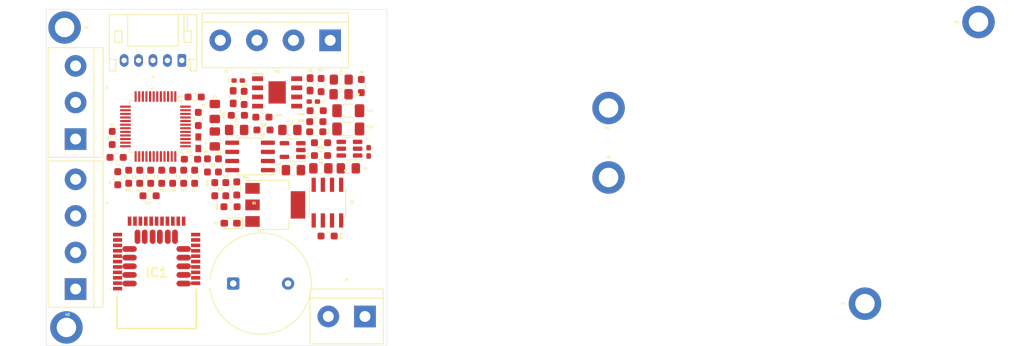
<source format=kicad_pcb>
(kicad_pcb (version 20221018) (generator pcbnew)
  (layers (0 "F.Cu" signal) (31 "B.Cu" signal) (34 "B.Paste" user) (35 "F.Paste" user) (36 "B.SilkS" user "B.Silkscreen") (37 "F.SilkS" user "F.Silkscreen") (38 "B.Mask" user) (39 "F.Mask" user) (44 "Edge.Cuts" user))
  (net 0 "")
  (net 1 "Net-(BZ1--)")
  (net 2 "Net-(BZ1-+)")
  (net 3 "100V")
  (net 4 "GND")
  (net 5 "VBST")
  (net 6 "SW2")
  (net 7 "Net-(IC2-SW)")
  (net 8 "Net-(IC2-BST)")
  (net 9 "Net-(IC2-FB)")
  (net 10 "/12V")
  (net 11 "Net-(D1-K)")
  (net 12 "SWDIO")
  (net 13 "SWCLK")
  (net 14 "/RST")
  (net 20 "/TX")
  (net 30 "Net-(IC2-RON)")
  (net 33 "PA3")
  (net 34 "5V")
  (net 35 "SDA1")
  (net 36 "SCK")
  (net 37 "/NRST")
  (net 38 "/RX")
  (net 39 "Net-(U1-PA0)")
  (net 40 "Net-(J2-Pin_1)")
  (net 41 "Net-(J2-Pin_2)")
  (net 42 "L")
  (net 43 "H")
  (net 44 "Net-(U3-S)")
  (net 45 "VFB")
  (net 77 "Net-(J2-Pin_3)")
  (net 78 "SDA_2")
  (net 83 "Net-(IC2-EN{slash}UVLO)")
  (net 84 "/3V3")
  (net 85 "Net-(IC2-GND)")
  (net 86 "Net-(C7-Pad2)")
  (net 87 "Net-(U5-BP)")
  (net 88 "SCK_2")
  (net 89 "Net-(J5-Pin_1)")
  (net 90 "Net-(J5-Pin_2)")
  (net 91 "SCL_PB6")
  (net 92 "SDA_PB7")
  (net 93 "SCL_PB4")
  (net 94 "SCL_PB3")
  (net 95 "SDA_PB4")
  (net 96 " SCL_PB3")
  (footprint "Inductor_SMD:L_0805_2012Metric_Pad1.15x1.40mm_HandSolder" (layer "F.Cu") (at 129.297 44.826)
    (fp_text reference "L2" (at 0 -1.27 180) (layer "F.SilkS") (effects (font (size 0.3 0.3) (thickness 0.075) bold)))
    (fp_text value "100uH" hide)
    (pad "1" smd roundrect (at -1.025 0) (size 1.15 1.4) (layers "F.Cu" "F.Paste" "F.Mask") (roundrect_rratio 0.217391) (net 7 "Net-(IC2-SW)"))
    (pad "2" smd roundrect (at 1.025 0) (size 1.15 1.4) (layers "F.Cu" "F.Paste" "F.Mask") (roundrect_rratio 0.217391) (net 10 "/12V"))
  )
  (footprint "Capacitor_SMD:C_0805_2012Metric_Pad1.18x1.45mm_HandSolder" (layer "F.Cu") (at 114.7865 51.816)
    (fp_text reference "C1" (at 0.0215 -1.27 180) (layer "F.SilkS") (effects (font (size 0.3 0.3) (thickness 0.075) bold)))
    (fp_text value "1uF")
    (pad "1" smd roundrect (at -1.0375 0) (size 1.175 1.45) (layers "F.Cu" "F.Paste" "F.Mask") (roundrect_rratio 0.212766) (net 84 "/3V3"))
    (pad "2" smd roundrect (at 1.0375 0) (size 1.175 1.45) (layers "F.Cu" "F.Paste" "F.Mask") (roundrect_rratio 0.212766) (net 4 "GND"))
  )
  (footprint "MountingHole:MountingHole_2.7mm_M2.5_ISO7380_Pad_TopBottom" (layer "F.Cu") (at 201.93 75.946)
    (fp_text reference "H4" (at -3.048 0) (layer "F.SilkS") (effects (font (size 0.3 0.3) (thickness 0.075) bold)))
    (fp_text value "Mount100VgHole")
    (pad "1" thru_hole circle (at 0 0) (size 3.1 3.1) (drill 2.7) (layers "*.Cu" "*.Mask"))
    (pad "1" connect circle (at 0 0) (size 4.5 4.5) (layers "F.Cu" "F.Mask"))
    (pad "1" connect circle (at 0 0) (size 4.5 4.5) (layers "B.Cu" "B.Mask"))
  )
  (footprint "Resistor_SMD:R_0603_1608Metric_Pad0.98x0.95mm_HandSolder" (layer "F.Cu") (at 126.503 45.588 -90)
    (fp_text reference "R27" (at -2.032 0 -180) (layer "F.SilkS") (effects (font (size 0.3 0.3) (thickness 0.075))))
    (fp_text value "698k ohm" hide)
    (pad "1" smd roundrect (at -0.9125 0 270) (size 0.975 0.95) (layers "F.Cu" "F.Paste" "F.Mask") (net 7 "Net-(IC2-SW)"))
    (pad "2" smd roundrect (at 0.9125 0 270) (size 0.975 0.95) (layers "F.Cu" "F.Paste" "F.Mask") (net 86 "Net-(C7-Pad2)"))
  )
  (footprint "Resistor_SMD:R_0603_1608Metric_Pad0.98x0.95mm_HandSolder" (layer "F.Cu") (at 125.8445 50.668)
    (fp_text reference "R29" (at -2.1465 -0.122) (layer "F.SilkS") (effects (font (size 0.3 0.3) (thickness 0.075) bold)))
    (fp_text value "20k ohm")
    (pad "1" smd roundrect (at -0.9125 0) (size 0.975 0.95) (layers "F.Cu" "F.Paste" "F.Mask") (net 9 "Net-(IC2-FB)"))
    (pad "2" smd roundrect (at 0.9125 0) (size 0.975 0.95) (layers "F.Cu" "F.Paste" "F.Mask") (net 4 "GND"))
  )
  (footprint "Resistor_SMD:R_0603_1608Metric_Pad0.98x0.95mm_HandSolder" (layer "F.Cu") (at 97.536 52.9355 90)
    (fp_text reference "R2" (at 1.778 0 180) (layer "F.SilkS") (effects (font (size 0.3 0.3) (thickness 0.075) bold)))
    (fp_text value "1k")
    (pad "1" smd roundrect (at -0.9125 0 90) (size 0.975 0.95) (layers "F.Cu" "F.Paste" "F.Mask") (net 38 "/RX"))
    (pad "2" smd roundrect (at 0.9125 0 90) (size 0.975 0.95) (layers "F.Cu" "F.Paste" "F.Mask") (net 20 "/TX"))
  )
  (footprint "Capacitor_SMD:C_0805_2012Metric_Pad1.18x1.45mm_HandSolder" (layer "F.Cu") (at 129.2755 46.858)
    (fp_text reference "C9" (at 2.286 0.0385 180) (layer "F.SilkS") (effects (font (size 0.3 0.3) (thickness 0.075) bold)))
    (fp_text value "2200pf" hide)
    (pad "1" smd roundrect (at -1.0375 0) (size 1.175 1.45) (layers "F.Cu" "F.Paste" "F.Mask") (roundrect_rratio 0.212766) (net 86 "Net-(C7-Pad2)"))
    (pad "2" smd roundrect (at 1.0375 0) (size 1.175 1.45) (layers "F.Cu" "F.Paste" "F.Mask") (roundrect_rratio 0.212766) (net 10 "/12V"))
  )
  (footprint "MountingHole:MountingHole_2.7mm_M2.5_ISO7380_Pad_TopBottom" (layer "F.Cu") (at 166.37 58.42)
    (fp_text reference "H6" (at 0 -2.794) (layer "F.SilkS") (effects (font (size 0.3 0.3) (thickness 0.075) bold)))
    (fp_text value "Mount100VgHole")
    (pad "1" thru_hole circle (at 0 0) (size 3.1 3.1) (drill 2.7) (layers "*.Cu" "*.Mask"))
    (pad "1" connect circle (at 0 0) (size 4.5 4.5) (layers "F.Cu" "F.Mask"))
    (pad "1" connect circle (at 0 0) (size 4.5 4.5) (layers "B.Cu" "B.Mask"))
  )
  (footprint "Buzzer_Beeper:Indicator_PUI_AI-1440-TWT-24V-2-R" (layer "F.Cu") (at 114.32 73.152)
    (fp_text reference "BZ1" (at 3.79 -7.366) (layer "F.SilkS") (effects (font (size 0.3 0.3) (thickness 0.075) bold)))
    (fp_text value "Buzzer" hide)
    (pad "1" thru_hole roundrect (at 0 0) (size 1.7 1.7) (drill 0.9) (layers "*.Cu" "*.Mask") (roundrect_rratio 0.147) (net 1 "Net-(BZ1--)"))
    (pad "2" thru_hole circle (at 7.6 0) (size 1.7 1.7) (drill 0.9) (layers "*.Cu" "*.Mask") (net 2 "Net-(BZ1-+)"))
  )
  (footprint "Resistor_SMD:R_0603_1608Metric_Pad0.98x0.95mm_HandSolder" (layer "F.Cu") (at 112.268 56.7455 -90)
    (fp_text reference "R23" (at -1.6275 0 -180) (layer "F.SilkS") (effects (font (size 0.3 0.3) (thickness 0.075) bold)))
    (fp_text value "120R" hide)
    (pad "1" smd roundrect (at -0.9125 0 270) (size 0.975 0.95) (layers "F.Cu" "F.Paste" "F.Mask") (net 42 "L"))
    (pad "2" smd roundrect (at 0.9125 0 270) (size 0.975 0.95) (layers "F.Cu" "F.Paste" "F.Mask") (net 43 "H"))
  )
  (footprint "Resistor_SMD:R_0603_1608Metric_Pad0.98x0.95mm_HandSolder" (layer "F.Cu") (at 125.8335 52.07)
    (fp_text reference "R5" (at 1.6745 0 90) (layer "F.SilkS") (effects (font (size 0.3 0.3) (thickness 0.075) bold)))
    (fp_text value "0R" hide)
    (pad "1" smd roundrect (at -0.9125 0) (size 0.975 0.95) (layers "F.Cu" "F.Paste" "F.Mask") (net 34 "5V"))
    (pad "2" smd roundrect (at 0.9125 0) (size 0.975 0.95) (layers "F.Cu" "F.Paste" "F.Mask") (net 40 "Net-(J2-Pin_1)"))
  )
  (footprint "Resistor_SMD:R_0603_1608Metric_Pad0.98x0.95mm_HandSolder" (layer "F.Cu") (at 101.346 58.3165 90)
    (fp_text reference "R13" (at -1.9285 0) (layer "F.SilkS") (effects (font (size 0.3 0.3) (thickness 0.075) bold)))
    (fp_text value "100k" hide)
    (pad "1" smd roundrect (at -0.9125 0 90) (size 0.975 0.95) (layers "F.Cu" "F.Paste" "F.Mask") (net 84 "/3V3"))
    (pad "2" smd roundrect (at 0.9125 0 90) (size 0.975 0.95) (layers "F.Cu" "F.Paste" "F.Mask") (net 94 "SCL_PB3"))
  )
  (footprint "Resistor_SMD:R_0603_1608Metric_Pad0.98x0.95mm_HandSolder" (layer "F.Cu") (at 102.7195 60.96)
    (fp_text reference "R15" (at -0.254 1.016) (layer "F.SilkS") (effects (font (size 0.3 0.3) (thickness 0.075) bold)))
    (fp_text value "100E" hide)
    (pad "1" smd roundrect (at -0.9125 0) (size 0.975 0.95) (layers "F.Cu" "F.Paste" "F.Mask") (net 36 "SCK"))
    (pad "2" smd roundrect (at 0.9125 0) (size 0.975 0.95) (layers "F.Cu" "F.Paste" "F.Mask") (net 91 "SCL_PB6"))
  )
  (footprint "Inductor_SMD:L_0402_1005Metric_Pad0.77x0.64mm_HandSolder" (layer "F.Cu") (at 133.096 54.864 -90)
    (fp_text reference "L1" (at 0 -0.762 90) (layer "F.SilkS") (effects (font (size 0.3 0.3) (thickness 0.075) bold)))
    (fp_text value "3.3uH" hide)
    (pad "1" smd roundrect (at -0.5725 0 270) (size 0.765 0.64) (layers "F.Cu" "F.Paste" "F.Mask") (net 6 "SW2"))
    (pad "2" smd roundrect (at 0.5725 0 270) (size 0.765 0.64) (layers "F.Cu" "F.Paste" "F.Mask") (net 34 "5V"))
  )
  (footprint "Capacitor_SMD:C_1206_3216Metric_Pad1.33x1.80mm_HandSolder" (layer "F.Cu") (at 130.2745 51.684)
    (fp_text reference "C10" (at 3.0095 -0.254) (layer "F.SilkS") (effects (font (size 0.3 0.3) (thickness 0.075) bold)))
    (fp_text value "22UF" hide)
    (pad "1" smd roundrect (at -1.5625 0) (size 1.325 1.8) (layers "F.Cu" "F.Paste" "F.Mask") (roundrect_rratio 0.188679) (net 10 "/12V"))
    (pad "2" smd roundrect (at 1.5625 0) (size 1.325 1.8) (layers "F.Cu" "F.Paste" "F.Mask") (roundrect_rratio 0.188679) (net 4 "GND"))
  )
  (footprint "Resistor_SMD:R_0603_1608Metric_Pad0.98x0.95mm_HandSolder" (layer "F.Cu") (at 99.822 58.3165 90)
    (fp_text reference "R11" (at -1.8815 0) (layer "F.SilkS") (effects (font (size 0.3 0.3) (thickness 0.075) bold)))
    (fp_text value "100E" hide)
    (pad "1" smd roundrect (at -0.9125 0 90) (size 0.975 0.95) (layers "F.Cu" "F.Paste" "F.Mask") (net 88 "SCK_2"))
    (pad "2" smd roundrect (at 0.9125 0 90) (size 0.975 0.95) (layers "F.Cu" "F.Paste" "F.Mask") (net 93 "SCL_PB4"))
  )
  (footprint "Package_QFP:LQFP-48_7x7mm_P0.5mm" (layer "F.Cu") (at 103.5335 51.336 180)
    (fp_text reference "U1" (at 0.4095 5.298) (layer "F.SilkS") (effects (font (size 0.3 0.3) (thickness 0.075) bold)))
    (fp_text value "STM32G0B1CBTx" hide)
    (pad "1" smd roundrect (at -4.1625 -2.75 180) (size 1.475 0.3) (layers "F.Cu" "F.Paste" "F.Mask"))
    (pad "2" smd roundrect (at -4.1625 -2.25 180) (size 1.475 0.3) (layers "F.Cu" "F.Paste" "F.Mask"))
    (pad "3" smd roundrect (at -4.1625 -1.75 180) (size 1.475 0.3) (layers "F.Cu" "F.Paste" "F.Mask"))
    (pad "4" smd roundrect (at -4.1625 -1.25 180) (size 1.475 0.3) (layers "F.Cu" "F.Paste" "F.Mask") (net 84 "/3V3"))
    (pad "5" smd roundrect (at -4.1625 -0.75 180) (size 1.475 0.3) (layers "F.Cu" "F.Paste" "F.Mask") (net 84 "/3V3"))
    (pad "6" smd roundrect (at -4.1625 -0.25 180) (size 1.475 0.3) (layers "F.Cu" "F.Paste" "F.Mask") (net 84 "/3V3"))
    (pad "7" smd roundrect (at -4.1625 0.25 180) (size 1.475 0.3) (layers "F.Cu" "F.Paste" "F.Mask") (net 4 "GND"))
    (pad "8" smd roundrect (at -4.1625 0.75 180) (size 1.475 0.3) (layers "F.Cu" "F.Paste" "F.Mask"))
    (pad "9" smd roundrect (at -4.1625 1.25 180) (size 1.475 0.3) (layers "F.Cu" "F.Paste" "F.Mask"))
    (pad "10" smd roundrect (at -4.1625 1.75 180) (size 1.475 0.3) (layers "F.Cu" "F.Paste" "F.Mask") (net 37 "/NRST"))
    (pad "11" smd roundrect (at -4.1625 2.25 180) (size 1.475 0.3) (layers "F.Cu" "F.Paste" "F.Mask") (net 39 "Net-(U1-PA0)"))
    (pad "12" smd roundrect (at -4.1625 2.75 180) (size 1.475 0.3) (layers "F.Cu" "F.Paste" "F.Mask"))
    (pad "13" smd roundrect (at -2.75 4.1625 180) (size 0.3 1.475) (layers "F.Cu" "F.Paste" "F.Mask"))
    (pad "14" smd roundrect (at -2.25 4.1625 180) (size 0.3 1.475) (layers "F.Cu" "F.Paste" "F.Mask"))
    (pad "15" smd roundrect (at -1.75 4.1625 180) (size 0.3 1.475) (layers "F.Cu" "F.Paste" "F.Mask"))
    (pad "16" smd roundrect (at -1.25 4.1625 180) (size 0.3 1.475) (layers "F.Cu" "F.Paste" "F.Mask"))
    (pad "17" smd roundrect (at -0.75 4.1625 180) (size 0.3 1.475) (layers "F.Cu" "F.Paste" "F.Mask"))
    (pad "18" smd roundrect (at -0.25 4.1625 180) (size 0.3 1.475) (layers "F.Cu" "F.Paste" "F.Mask"))
    (pad "19" smd roundrect (at 0.25 4.1625 180) (size 0.3 1.475) (layers "F.Cu" "F.Paste" "F.Mask"))
    (pad "20" smd roundrect (at 0.75 4.1625 180) (size 0.3 1.475) (layers "F.Cu" "F.Paste" "F.Mask"))
    (pad "21" smd roundrect (at 1.25 4.1625 180) (size 0.3 1.475) (layers "F.Cu" "F.Paste" "F.Mask"))
    (pad "22" smd roundrect (at 1.75 4.1625 180) (size 0.3 1.475) (layers "F.Cu" "F.Paste" "F.Mask"))
    (pad "23" smd roundrect (at 2.25 4.1625 180) (size 0.3 1.475) (layers "F.Cu" "F.Paste" "F.Mask"))
    (pad "24" smd roundrect (at 2.75 4.1625 180) (size 0.3 1.475) (layers "F.Cu" "F.Paste" "F.Mask"))
    (pad "25" smd roundrect (at 4.1625 2.75 180) (size 1.475 0.3) (layers "F.Cu" "F.Paste" "F.Mask"))
    (pad "26" smd roundrect (at 4.1625 2.25 180) (size 1.475 0.3) (layers "F.Cu" "F.Paste" "F.Mask"))
    (pad "27" smd roundrect (at 4.1625 1.75 180) (size 1.475 0.3) (layers "F.Cu" "F.Paste" "F.Mask"))
    (pad "28" smd roundrect (at 4.1625 1.25 180) (size 1.475 0.3) (layers "F.Cu" "F.Paste" "F.Mask"))
    (pad "29" smd roundrect (at 4.1625 0.75 180) (size 1.475 0.3) (layers "F.Cu" "F.Paste" "F.Mask"))
    (pad "30" smd roundrect (at 4.1625 0.25 180) (size 1.475 0.3) (layers "F.Cu" "F.Paste" "F.Mask"))
    (pad "31" smd roundrect (at 4.1625 -0.25 180) (size 1.475 0.3) (layers "F.Cu" "F.Paste" "F.Mask"))
    (pad "32" smd roundrect (at 4.1625 -0.75 180) (size 1.475 0.3) (layers "F.Cu" "F.Paste" "F.Mask"))
    (pad "33" smd roundrect (at 4.1625 -1.25 180) (size 1.475 0.3) (layers "F.Cu" "F.Paste" "F.Mask") (net 20 "/TX"))
    (pad "34" smd roundrect (at 4.1625 -1.75 180) (size 1.475 0.3) (layers "F.Cu" "F.Paste" "F.Mask") (net 38 "/RX"))
    (pad "35" smd roundrect (at 4.1625 -2.25 180) (size 1.475 0.3) (layers "F.Cu" "F.Paste" "F.Mask") (net 12 "SWDIO"))
    (pad "36" smd roundrect (at 4.1625 -2.75 180) (size 1.475 0.3) (layers "F.Cu" "F.Paste" "F.Mask") (net 13 "SWCLK"))
    (pad "37" smd roundrect (at 2.75 -4.1625 180) (size 0.3 1.475) (layers "F.Cu" "F.Paste" "F.Mask"))
    (pad "38" smd roundrect (at 2.25 -4.1625 180) (size 0.3 1.475) (layers "F.Cu" "F.Paste" "F.Mask"))
    (pad "39" smd roundrect (at 1.75 -4.1625 180) (size 0.3 1.475) (layers "F.Cu" "F.Paste" "F.Mask"))
    (pad "40" smd roundrect (at 1.25 -4.1625 180) (size 0.3 1.475) (layers "F.Cu" "F.Paste" "F.Mask"))
    (pad "41" smd roundrect (at 0.75 -4.1625 180) (size 0.3 1.475) (layers "F.Cu" "F.Paste" "F.Mask"))
    (pad "42" smd roundrect (at 0.25 -4.1625 180) (size 0.3 1.475) (layers "F.Cu" "F.Paste" "F.Mask") (net 96 " SCL_PB3"))
    (pad "43" smd roundrect (at -0.25 -4.1625 180) (size 0.3 1.475) (layers "F.Cu" "F.Paste" "F.Mask") (net 95 "SDA_PB4"))
    (pad "44" smd roundrect (at -0.75 -4.1625 180) (size 0.3 1.475) (layers "F.Cu" "F.Paste" "F.Mask"))
    (pad "45" smd roundrect (at -1.25 -4.1625 180) (size 0.3 1.475) (layers "F.Cu" "F.Paste" "F.Mask") (net 91 "SCL_PB6"))
    (pad "46" smd roundrect (at -1.75 -4.1625 180) (size 0.3 1.475) (layers "F.Cu" "F.Paste" "F.Mask") (net 92 "SDA_PB7"))
    (pad "47" smd roundrect (at -2.25 -4.1625 180) (size 0.3 1.475) (layers "F.Cu" "F.Paste" "F.Mask") (net 14 "/RST"))
    (pad "48" smd roundrect (at -2.75 -4.1625 180) (size 0.3 1.475) (layers "F.Cu" "F.Paste" "F.Mask"))
  )
  (footprint "Capacitor_SMD:C_1206_3216Metric_Pad1.33x1.80mm_HandSolder" (layer "F.Cu") (at 130.2745 49.144)
    (fp_text reference "C11" (at 3.0095 0) (layer "F.SilkS") (effects (font (size 0.3 0.3) (thickness 0.075) bold)))
    (fp_text value "22UF" hide)
    (pad "1" smd roundrect (at -1.5625 0) (size 1.325 1.8) (layers "F.Cu" "F.Paste" "F.Mask") (roundrect_rratio 0.188679) (net 10 "/12V"))
    (pad "2" smd roundrect (at 1.5625 0) (size 1.325 1.8) (layers "F.Cu" "F.Paste" "F.Mask") (roundrect_rratio 0.188679) (net 4 "GND"))
  )
  (footprint "Capacitor_SMD:C_0805_2012Metric_Pad1.18x1.45mm_HandSolder" (layer "F.Cu") (at 130.2805 57.15)
    (fp_text reference "C4" (at 2.286 0) (layer "F.SilkS") (effects (font (size 0.3 0.3) (thickness 0.075) bold)))
    (fp_text value "0.1uf" hide)
    (pad "1" smd roundrect (at -1.0375 0) (size 1.175 1.45) (layers "F.Cu" "F.Paste" "F.Mask") (roundrect_rratio 0.212766) (net 5 "VBST"))
    (pad "2" smd roundrect (at 1.0375 0) (size 1.175 1.45) (layers "F.Cu" "F.Paste" "F.Mask") (roundrect_rratio 0.212766) (net 6 "SW2"))
  )
  (footprint "Resistor_SMD:R_0603_1608Metric_Pad0.98x0.95mm_HandSolder" (layer "F.Cu") (at 114.9585 49.784 180)
    (fp_text reference "R23" (at 1.9285 0 90) (layer "F.SilkS") (effects (font (size 0.3 0.3) (thickness 0.075) bold)))
    (fp_text value "332K")
    (pad "1" smd roundrect (at -0.9125 0 180) (size 0.975 0.95) (layers "F.Cu" "F.Paste" "F.Mask") (net 83 "Net-(IC2-EN{slash}UVLO)"))
    (pad "2" smd roundrect (at 0.9125 0 180) (size 0.975 0.95) (layers "F.Cu" "F.Paste" "F.Mask") (net 4 "GND"))
  )
  (footprint "Resistor_SMD:R_0603_1608Metric_Pad0.98x0.95mm_HandSolder" (layer "F.Cu") (at 102.87 58.3165 90)
    (fp_text reference "R14" (at -1.949 0 180) (layer "F.SilkS") (effects (font (size 0.3 0.3) (thickness 0.075) bold)))
    (fp_text value "100k" hide)
    (pad "1" smd roundrect (at -0.9125 0 90) (size 0.975 0.95) (layers "F.Cu" "F.Paste" "F.Mask") (net 84 "/3V3"))
    (pad "2" smd roundrect (at 0.9125 0 90) (size 0.975 0.95) (layers "F.Cu" "F.Paste" "F.Mask") (net 95 "SDA_PB4"))
  )
  (footprint "Resistor_SMD:R_0603_1608Metric_Pad0.98x0.95mm_HandSolder" (layer "F.Cu") (at 108.458 55.88 180)
    (fp_text reference "R10" (at 0.254 1.016 180) (layer "F.SilkS") (effects (font (size 0.3 0.3) (thickness 0.075) bold)))
    (fp_text value "100k" hide)
    (pad "1" smd roundrect (at -0.9125 0 180) (size 0.975 0.95) (layers "F.Cu" "F.Paste" "F.Mask") (net 84 "/3V3"))
    (pad "2" smd roundrect (at 0.9125 0 180) (size 0.975 0.95) (layers "F.Cu" "F.Paste" "F.Mask") (net 92 "SDA_PB7"))
  )
  (footprint "Resistor_SMD:R_0603_1608Metric_Pad0.98x0.95mm_HandSolder" (layer "F.Cu") (at 132.08 45.72 -90)
    (fp_text reference "R6" (at -1.9285 0 -180) (layer "F.SilkS") (effects (font (size 0.3 0.3) (thickness 0.075) bold)))
    (fp_text value "0R")
    (pad "1" smd roundrect (at -0.9125 0 270) (size 0.975 0.95) (layers "F.Cu" "F.Paste" "F.Mask") (net 10 "/12V"))
    (pad "2" smd roundrect (at 0.9125 0 270) (size 0.975 0.95) (layers "F.Cu" "F.Paste" "F.Mask") (net 40 "Net-(J2-Pin_1)"))
  )
  (footprint "Capacitor_SMD:C_0805_2012Metric_Pad1.18x1.45mm_HandSolder" (layer "F.Cu") (at 122.6605 57.404)
    (fp_text reference "C13" (at -2.0105 0 -90) (layer "F.SilkS") (effects (font (size 0.3 0.3) (thickness 0.075) bold)))
    (fp_text value "2.2uf" hide)
    (pad "1" smd roundrect (at -1.0375 0) (size 1.175 1.45) (layers "F.Cu" "F.Paste" "F.Mask") (roundrect_rratio 0.212766) (net 84 "/3V3"))
    (pad "2" smd roundrect (at 1.0375 0) (size 1.175 1.45) (layers "F.Cu" "F.Paste" "F.Mask") (roundrect_rratio 0.212766) (net 4 "GND"))
  )
  (footprint "Package_SO:SOIC-8_3.9x4.9mm_P1.27mm" (layer "F.Cu") (at 116.651 55.499 180)
    (fp_text reference "U3" (at -1.713 2.921) (layer "F.SilkS") (effects (font (size 0.3 0.3) (thickness 0.075) bold)))
    (fp_text value "TJA1051T-3" hide)
    (pad "1" smd roundrect (at -2.475 -1.905 180) (size 1.95 0.6) (layers "F.Cu" "F.Paste" "F.Mask") (net 20 "/TX"))
    (pad "2" smd roundrect (at -2.475 -0.635 180) (size 1.95 0.6) (layers "F.Cu" "F.Paste" "F.Mask") (net 4 "GND"))
    (pad "3" smd roundrect (at -2.475 0.635 180) (size 1.95 0.6) (layers "F.Cu" "F.Paste" "F.Mask") (net 34 "5V"))
    (pad "4" smd roundrect (at -2.475 1.905 180) (size 1.95 0.6) (layers "F.Cu" "F.Paste" "F.Mask") (net 38 "/RX"))
    (pad "5" smd roundrect (at 2.475 1.905 180) (size 1.95 0.6) (layers "F.Cu" "F.Paste" "F.Mask") (net 84 "/3V3"))
    (pad "6" smd roundrect (at 2.475 0.635 180) (size 1.95 0.6) (layers "F.Cu" "F.Paste" "F.Mask") (net 42 "L"))
    (pad "7" smd roundrect (at 2.475 -0.635 180) (size 1.95 0.6) (layers "F.Cu" "F.Paste" "F.Mask") (net 43 "H"))
    (pad "8" smd roundrect (at 2.475 -1.905 180) (size 1.95 0.6) (layers "F.Cu" "F.Paste" "F.Mask") (net 44 "Net-(U3-S)"))
  )
  (footprint "TerminalBlock:TerminalBlock_bornier-4_P5.08mm" (layer "F.Cu") (at 127.762 39.37 180)
    (fp_text reference "J3" (at 14.478 -4.318) (layer "F.SilkS") (effects (font (size 0.3 0.3) (thickness 0.075) bold)))
    (fp_text value "OLED")
    (pad "1" thru_hole rect (at 0 0 180) (size 3 3) (drill 1.52) (layers "*.Cu" "*.Mask") (net 34 "5V"))
    (pad "2" thru_hole circle (at 5.08 0 180) (size 3 3) (drill 1.52) (layers "*.Cu" "*.Mask") (net 78 "SDA_2"))
    (pad "3" thru_hole circle (at 10.16 0 180) (size 3 3) (drill 1.52) (layers "*.Cu" "*.Mask") (net 88 "SCK_2"))
    (pad "4" thru_hole circle (at 15.24 0 180) (size 3 3) (drill 1.52) (layers "*.Cu" "*.Mask") (net 4 "GND"))
  )
  (footprint "Resistor_SMD:R_0603_1608Metric_Pad0.98x0.95mm_HandSolder" (layer "F.Cu") (at 108.966 47.244)
    (fp_text reference "R3" (at -2.032 0) (layer "F.SilkS") (effects (font (size 0.3 0.3) (thickness 0.075) bold)))
    (fp_text value "100R" hide)
    (pad "1" smd roundrect (at -0.9125 0) (size 0.975 0.95) (layers "F.Cu" "F.Paste" "F.Mask") (net 39 "Net-(U1-PA0)"))
    (pad "2" smd roundrect (at 0.9125 0) (size 0.975 0.95) (layers "F.Cu" "F.Paste" "F.Mask") (net 33 "PA3"))
  )
  (footprint "TerminalBlock:TerminalBlock_bornier-4_P5.08mm" (layer "F.Cu") (at 92.456 73.914 90)
    (fp_text reference "J4" (at 11.938 4.318 180) (layer "F.SilkS") (effects (font (size 0.3 0.3) (thickness 0.075) bold)))
    (fp_text value "OLED")
    (pad "1" thru_hole rect (at 0 0 90) (size 3 3) (drill 1.52) (layers "*.Cu" "*.Mask") (net 34 "5V"))
    (pad "2" thru_hole circle (at 5.08 0 90) (size 3 3) (drill 1.52) (layers "*.Cu" "*.Mask") (net 35 "SDA1"))
    (pad "3" thru_hole circle (at 10.16 0 90) (size 3 3) (drill 1.52) (layers "*.Cu" "*.Mask") (net 36 "SCK"))
    (pad "4" thru_hole circle (at 15.24 0 90) (size 3 3) (drill 1.52) (layers "*.Cu" "*.Mask") (net 4 "GND"))
  )
  (footprint "Package_TO_SOT_SMD:SOT-223-3_TabPin2" (layer "F.Cu") (at 120.142 62.23)
    (fp_text reference "Q1" (at -2.9 -0.254) (layer "F.SilkS") (effects (font (size 0.3 0.3) (thickness 0.075) bold)))
    (fp_text value "NDT3055L" hide)
    (pad "1" smd rect (at -3.15 -2.3) (size 2 1.5) (layers "F.Cu" "F.Paste" "F.Mask") (net 11 "Net-(D1-K)"))
    (pad "2" smd rect (at -3.15 0) (size 2 1.5) (layers "F.Cu" "F.Paste" "F.Mask") (net 2 "Net-(BZ1-+)"))
    (pad "2" smd rect (at 3.15 0) (size 2 3.8) (layers "F.Cu" "F.Paste" "F.Mask") (net 2 "Net-(BZ1-+)"))
    (pad "3" smd rect (at -3.15 2.3) (size 2 1.5) (layers "F.Cu" "F.Paste" "F.Mask") (net 4 "GND"))
  )
  (footprint "Resistor_SMD:R_0603_1608Metric_Pad0.98x0.95mm_HandSolder" (layer "F.Cu") (at 126.492 53.594)
    (fp_text reference "R21" (at 0 0.762) (layer "F.SilkS") (effects (font (size 0.3 0.3) (thickness 0.075) bold)))
    (fp_text value "10k")
    (pad "1" smd roundrect (at -0.9125 0) (size 0.975 0.95) (layers "F.Cu" "F.Paste" "F.Mask") (net 4 "GND"))
    (pad "2" smd roundrect (at 0.9125 0) (size 0.975 0.95) (layers "F.Cu" "F.Paste" "F.Mask") (net 45 "VFB"))
  )
  (footprint "TerminalBlock:TerminalBlock_bornier-2_P5.08mm" (layer "F.Cu") (at 132.588 77.724 180)
    (fp_text reference "J5" (at 2.54 5.08) (layer "F.SilkS") (effects (font (size 0.3 0.3) (thickness 0.075) bold)))
    (fp_text value "Conn_01x02_Socket" hide)
    (pad "1" thru_hole rect (at 0 0 180) (size 3 3) (drill 1.52) (layers "*.Cu" "*.Mask") (net 89 "Net-(J5-Pin_1)"))
    (pad "2" thru_hole circle (at 5.08 0 180) (size 3 3) (drill 1.52) (layers "*.Cu" "*.Mask") (net 90 "Net-(J5-Pin_2)"))
  )
  (footprint "Resistor_SMD:R_0603_1608Metric_Pad0.98x0.95mm_HandSolder" (layer "F.Cu") (at 110.744 56.7455 90)
    (fp_text reference "R8" (at 1.8815 -0.254 180) (layer "F.SilkS") (effects (font (size 0.3 0.3) (thickness 0.075) bold)))
    (fp_text value "0R" hide)
    (pad "1" smd roundrect (at -0.9125 0 90) (size 0.975 0.95) (layers "F.Cu" "F.Paste" "F.Mask") (net 41 "Net-(J2-Pin_2)"))
    (pad "2" smd roundrect (at 0.9125 0 90) (size 0.975 0.95) (layers "F.Cu" "F.Paste" "F.Mask") (net 42 "L"))
  )
  (footprint "Capacitor_SMD:C_0805_2012Metric_Pad1.18x1.45mm_HandSolder" (layer "F.Cu") (at 111.76 49.2545 90)
    (fp_text reference "C3" (at 2.0105 0 180) (layer "F.SilkS") (effects (font (size 0.3 0.3) (thickness 0.075) bold)))
    (fp_text value "100nF" hide)
    (pad "1" smd roundrect (at -1.0375 0 90) (size 1.175 1.45) (layers "F.Cu" "F.Paste" "F.Mask") (roundrect_rratio 0.212766) (net 84 "/3V3"))
    (pad "2" smd roundrect (at 1.0375 0 90) (size 1.175 1.45) (layers "F.Cu" "F.Paste" "F.Mask") (roundrect_rratio 0.212766) (net 4 "GND"))
  )
  (footprint "Diode_SMD:D_0603_1608Metric_Pad1.05x0.95mm_HandSolder" (layer "F.Cu") (at 113.951 64.77 180)
    (fp_text reference "D1" (at 2.032 0) (layer "F.SilkS") (effects (font (size 0.3 0.3) (thickness 0.075) bold)))
    (fp_text value "5.6V")
    (pad "1" smd roundrect (at -0.875 0 180) (size 1.05 0.95) (layers "F.Cu" "F.Paste" "F.Mask") (net 11 "Net-(D1-K)"))
    (pad "2" smd roundrect (at 0.875 0 180) (size 1.05 0.95) (layers "F.Cu" "F.Paste" "F.Mask") (net 4 "GND"))
  )
  (footprint "Resistor_SMD:R_0603_1608Metric_Pad0.98x0.95mm_HandSolder" (layer "F.Cu") (at 127.4045 66.548)
    (fp_text reference "R18" (at 1.8815 0 90) (layer "F.SilkS") (effects (font (size 0.3 0.3) (thickness 0.075) bold)))
    (fp_text value "120R" hide)
    (pad "1" smd roundrect (at -0.9125 0) (size 0.975 0.95) (layers "F.Cu" "F.Paste" "F.Mask") (net 90 "Net-(J5-Pin_2)"))
    (pad "2" smd roundrect (at 0.9125 0) (size 0.975 0.95) (layers "F.Cu" "F.Paste" "F.Mask") (net 89 "Net-(J5-Pin_1)"))
  )
  (footprint "Resistor_SMD:R_0603_1608Metric_Pad0.98x0.95mm_HandSolder" (layer "F.Cu") (at 126.492 55.372 180)
    (fp_text reference "R22" (at 1.778 0 90) (layer "F.SilkS") (effects (font (size 0.3 0.3) (thickness 0.075) bold)))
    (fp_text value "56k" hide)
    (pad "1" smd roundrect (at -0.9125 0 180) (size 0.975 0.95) (layers "F.Cu" "F.Paste" "F.Mask") (net 45 "VFB"))
    (pad "2" smd roundrect (at 0.9125 0 180) (size 0.975 0.95) (layers "F.Cu" "F.Paste" "F.Mask") (net 34 "5V"))
  )
  (footprint "MountingHole:MountingHole_2.7mm_M2.5_ISO7380_Pad_TopBottom" (layer "F.Cu") (at 217.678 36.83)
    (fp_text reference "H2" (at -3.048 0) (layer "F.SilkS") (effects (font (size 0.3 0.3) (thickness 0.075) bold)))
    (fp_text value "Mount100VgHole")
    (pad "1" thru_hole circle (at 0 0) (size 3.1 3.1) (drill 2.7) (layers "*.Cu" "*.Mask"))
    (pad "1" connect circle (at 0 0) (size 4.5 4.5) (layers "F.Cu" "F.Mask"))
    (pad "1" connect circle (at 0 0) (size 4.5 4.5) (layers "B.Cu" "B.Mask"))
  )
  (footprint "Resistor_SMD:R_0603_1608Metric_Pad0.98x0.95mm_HandSolder" (layer "F.Cu") (at 118.5145 51.816 180)
    (fp_text reference "R26" (at 0 0.762) (layer "F.SilkS") (effects (font (size 0.3 0.3) (thickness 0.075) bold)))
    (fp_text value "0R" hide)
    (pad "1" smd roundrect (at -0.9125 0 180) (size 0.975 0.95) (layers "F.Cu" "F.Paste" "F.Mask") (net 34 "5V"))
    (pad "2" smd roundrect (at 0.9125 0 180) (size 0.975 0.95) (layers "F.Cu" "F.Paste" "F.Mask") (net 1 "Net-(BZ1--)"))
  )
  (footprint "MAX485ESA_T.kicad_mod files:SOIC127P600X175-8N" (layer "F.Cu") (at 127.381 61.911 -90)
    (fp_text reference "U2" (at -0.065 -3.429 90) (layer "F.SilkS") (effects (font (size 0.3 0.3) (thickness 0.075) bold)))
    (fp_text value "MAX485E" hide)
    (pad "1" smd roundrect (at -2.475 -1.905 270) (size 1.97 0.59) (layers "F.Cu" "F.Paste" "F.Mask") (roundrect_rratio 0.07) (net 38 "/RX"))
    (pad "2" smd roundrect (at -2.475 -0.635 270) (size 1.97 0.59) (layers "F.Cu" "F.Paste" "F.Mask") (roundrect_rratio 0.07))
    (pad "3" smd roundrect (at -2.475 0.635 270) (size 1.97 0.59) (layers "F.Cu" "F.Paste" "F.Mask") (roundrect_rratio 0.07))
    (pad "4" smd roundrect (at -2.475 1.905 270) (size 1.97 0.59) (layers "F.Cu" "F.Paste" "F.Mask") (roundrect_rratio 0.07) (net 20 "/TX"))
    (pad "5" smd roundrect (at 2.475 1.905 270) (size 1.97 0.59) (layers "F.Cu" "F.Paste" "F.Mask") (roundrect_rratio 0.07) (net 4 "GND"))
    (pad "6" smd roundrect (at 2.475 0.635 270) (size 1.97 0.59) (layers "F.Cu" "F.Paste" "F.Mask") (roundrect_rratio 0.07) (net 90 "Net-(J5-Pin_2)"))
    (pad "7" smd roundrect (at 2.475 -0.635 270) (size 1.97 0.59) (layers "F.Cu" "F.Paste" "F.Mask") (roundrect_rratio 0.07) (net 89 "Net-(J5-Pin_1)"))
    (pad "8" smd roundrect (at 2.475 -1.905 270) (size 1.97 0.59) (layers "F.Cu" "F.Paste" "F.Mask") (roundrect_rratio 0.07) (net 34 "5V"))
  )
  (footprint "Resistor_SMD:R_0603_1608Metric_Pad0.98x0.95mm_HandSolder" (layer "F.Cu") (at 113.284 60.0475 -90)
    (fp_text reference "R20" (at -1.778 0) (layer "F.SilkS") (effects (font (size 0.3 0.3) (thickness 0.075) bold)))
    (fp_text value "100k" hide)
    (pad "1" smd roundrect (at -0.9125 0 270) (size 0.975 0.95) (layers "F.Cu" "F.Paste" "F.Mask") (net 44 "Net-(U3-S)"))
    (pad "2" smd roundrect (at 0.9125 0 270) (size 0.975 0.95) (layers "F.Cu" "F.Paste" "F.Mask") (net 4 "GND"))
  )
  (footprint "Resistor_SMD:R_0603_1608Metric_Pad0.98x0.95mm_HandSolder" (layer "F.Cu") (at 114.808 59.944 90)
    (fp_text reference "R24" (at 1.524 1.27) (layer "F.SilkS") (effects (font (size 0.3 0.3) (thickness 0.075) bold)))
    (fp_text value "3M" hide)
    (pad "1" smd roundrect (at -0.9125 0 90) (size 0.975 0.95) (layers "F.Cu" "F.Paste" "F.Mask") (net 11 "Net-(D1-K)"))
    (pad "2" smd roundrect (at 0.9125 0 90) (size 0.975 0.95) (layers "F.Cu" "F.Paste" "F.Mask") (net 4 "GND"))
  )
  (footprint "Capacitor_SMD:C_0402_1005Metric_Pad0.74x0.62mm_HandSolder" (layer "F.Cu") (at 115.0025 44.958)
    (fp_text reference "C5" (at -1.2105 0 90) (layer "F.SilkS") (effects (font (size 0.3 0.3) (thickness 0.075) bold)))
    (fp_text value "2.2uF" hide)
    (pad "1" smd roundrect (at -0.5675 0) (size 0.735 0.62) (layers "F.Cu" "F.Paste" "F.Mask") (net 85 "Net-(IC2-GND)"))
    (pad "2" smd roundrect (at 0.5675 0) (size 0.735 0.62) (layers "F.Cu" "F.Paste" "F.Mask") (net 3 "100V"))
  )
  (footprint "Fuse:Fuse_0603_1608Metric_Pad1.05x0.95mm_HandSolder" (layer "F.Cu") (at 114.311 47.253 90)
    (fp_text reference "F1" (at 1.533 -0.011) (layer "F.SilkS") (effects (font (size 0.3 0.3) (thickness 0.075) bold)))
    (fp_text value "Fuse" hide)
    (pad "1" smd roundrect (at -0.875 0 90) (size 1.05 0.95) (layers "F.Cu" "F.Paste" "F.Mask") (net 40 "Net-(J2-Pin_1)"))
    (pad "2" smd roundrect (at 0.875 0 90) (size 1.05 0.95) (layers "F.Cu" "F.Paste" "F.Mask") (net 3 "100V"))
  )
  (footprint "Resistor_SMD:R_0603_1608Metric_Pad0.98x0.95mm_HandSolder" (layer "F.Cu") (at 98.1475 55.626 180)
    (fp_text reference "R4" (at -0.1555 -1.016 180) (layer "F.SilkS") (effects (font (size 0.3 0.3) (thickness 0.075) bold)))
    (fp_text value "10k")
    (pad "1" smd roundrect (at -0.9125 0 180) (size 0.975 0.95) (layers "F.Cu" "F.Paste" "F.Mask") (net 13 "SWCLK"))
    (pad "2" smd roundrect (at 0.9125 0 180) (size 0.975 0.95) (layers "F.Cu" "F.Paste" "F.Mask") (net 4 "GND"))
  )
  (footprint "Capacitor_SMD:C_0805_2012Metric_Pad1.18x1.45mm_HandSolder" (layer "F.Cu") (at 126.4705 57.15)
    (fp_text reference "C8" (at 0 -0.735 180) (layer "F.SilkS") (effects (font (size 0.3 0.3) (thickness 0.075) bold)))
    (fp_text value "1uf" hide)
    (pad "1" smd roundrect (at -1.0375 0) (size 1.175 1.45) (layers "F.Cu" "F.Paste" "F.Mask") (roundrect_rratio 0.212766) (net 34 "5V"))
    (pad "2" smd roundrect (at 1.0375 0) (size 1.175 1.45) (layers "F.Cu" "F.Paste" "F.Mask") (roundrect_rratio 0.212766) (net 4 "GND"))
  )
  (footprint "Capacitor_SMD:C_0805_2012Metric_Pad1.18x1.45mm_HandSolder" (layer "F.Cu") (at 122.174 51.816)
    (fp_text reference "C12" (at 0 -1.2495) (layer "F.SilkS") (effects (font (size 0.3 0.3) (thickness 0.075) bold)))
    (fp_text value "10nf" hide)
    (pad "1" smd roundrect (at -1.0375 0) (size 1.175 1.45) (layers "F.Cu" "F.Paste" "F.Mask") (roundrect_rratio 0.212766) (net 87 "Net-(U5-BP)"))
    (pad "2" smd roundrect (at 1.0375 0) (size 1.175 1.45) (layers "F.Cu" "F.Paste" "F.Mask") (roundrect_rratio 0.212766) (net 4 "GND"))
  )
  (footprint "Capacitor_SMD:C_0805_2012Metric_Pad1.18x1.45mm_HandSolder" (layer "F.Cu") (at 111.76 53.0645 -90)
    (fp_text reference "C2" (at -1.7565 0 -180) (layer "F.SilkS") (effects (font (size 0.3 0.3) (thickness 0.075) bold)))
    (fp_text value "100nF")
    (pad "1" smd roundrect (at -1.0375 0 270) (size 1.175 1.45) (layers "F.Cu" "F.Paste" "F.Mask") (roundrect_rratio 0.212766) (net 84 "/3V3"))
    (pad "2" smd roundrect (at 1.0375 0 270) (size 1.175 1.45) (layers "F.Cu" "F.Paste" "F.Mask") (roundrect_rratio 0.212766) (net 4 "GND"))
  )
  (footprint "TerminalBlock:TerminalBlock_bornier-3_P5.08mm" (layer "F.Cu") (at 92.456 53.086 90)
    (fp_text reference "J1" (at 7.112 4.318 180) (layer "F.SilkS") (effects (font (size 0.3 0.3) (thickness 0.075) bold)))
    (fp_text value "PRG")
    (pad "1" thru_hole rect (at 0 0 90) (size 3 3) (drill 1.52) (layers "*.Cu" "*.Mask") (net 13 "SWCLK"))
    (pad "2" thru_hole circle (at 5.08 0 90) (size 3 3) (drill 1.52) (layers "*.Cu" "*.Mask") (net 12 "SWDIO"))
    (pad "3" thru_hole circle (at 10.16 0 90) (size 3 3) (drill 1.52) (layers "*.Cu" "*.Mask") (net 4 "GND"))
  )
  (footprint "Resistor_SMD:R_0603_1608Metric_Pad0.98x0.95mm_HandSolder" (layer "F.Cu") (at 111.76 60.0475 90)
    (fp_text reference "R19" (at 0.8655 -1.016 90) (layer "F.SilkS") (effects (font (size 0.3 0.3) (thickness 0.075) bold)))
    (fp_text value "0R" hide)
    (pad "1" smd roundrect (at -0.9125 0 90) (size 0.975 0.95) (layers "F.Cu" "F.Paste" "F.Mask") (net 77 "Net-(J2-Pin_3)"))
    (pad "2" smd roundrect (at 0.9125 0 90) (size 0.975 0.95) (layers "F.Cu" "F.Paste" "F.Mask") (net 43 "H"))
  )
  (footprint "Connector_JST:JST_PH_S5B-PH-K_1x05_P2.00mm_Horizontal" (layer "F.Cu") (at 107.188 42.164 180)
    (fp_text reference "J2" (at 4 -2.286) (layer "F.SilkS") (effects (font (size 0.3 0.3) (thickness 0.075) bold)))
    (fp_text value "Conn_01x05_Socket")
    (pad "1" thru_hole roundrect (at 0 0 180) (size 1.2 1.75) (drill 0.75) (layers "*.Cu" "*.Mask") (roundrect_rratio 0.208333) (net 40 "Net-(J2-Pin_1)"))
    (pad "2" thru_hole oval (at 2 0 180) (size 1.2 1.75) (drill 0.75) (layers "*.Cu" "*.Mask") (net 41 "Net-(J2-Pin_2)"))
    (pad "3" thru_hole oval (at 4 0 180) (size 1.2 1.75) (drill 0.75) (layers "*.Cu" "*.Mask") (net 77 "Net-(J2-Pin_3)"))
    (pad "4" thru_hole oval (at 6 0 180) (size 1.2 1.75) (drill 0.75) (layers "*.Cu" "*.Mask") (net 4 "GND"))
    (pad "5" thru_hole oval (at 8 0 180) (size 1.2 1.75) (drill 0.75) (layers "*.Cu" "*.Mask") (net 33 "PA3"))
  )
  (footprint "Resistor_SMD:R_0603_1608Metric_Pad0.98x0.95mm_HandSolder" (layer "F.Cu") (at 108.966 58.3165 -90)
    (fp_text reference "R17" (at 1.9285 0 -180) (layer "F.SilkS") (effects (font (size 0.3 0.3) (thickness 0.075) bold)))
    (fp_text value "0R" hide)
    (pad "1" smd roundrect (at -0.9125 0 270) (size 0.975 0.95) (layers "F.Cu" "F.Paste" "F.Mask") (net 92 "SDA_PB7"))
    (pad "2" smd roundrect (at 0.9125 0 270) (size 0.975 0.95) (layers "F.Cu" "F.Paste" "F.Mask") (net 77 "Net-(J2-Pin_3)"))
  )
  (footprint "Library:CM BLE" (layer "F.Cu") (at 103.642 71.352 180)
    (fp_text reference "IC1" (at -0.05 -0.275) (layer "F.SilkS") (effects (font (size 1.27 1.27) (thickness 0.254))))
    (fp_text value "CM BLE" hide)
    (pad "0" smd oval (at -3.8 -1.8 90) (size 0.8 2) (layers "F.Cu" "F.Paste" "F.Mask"))
    (pad "0" smd oval (at -3.8 3 90) (size 0.8 2) (layers "F.Cu" "F.Paste" "F.Mask"))
    (pad "0" smd oval (at -0.5 4.7 180) (size 0.8 2) (layers "F.Cu" "F.Paste" "F.Mask"))
    (pad "0" smd oval (at 3.7 -1.8 90) (size 0.8 2) (layers "F.Cu" "F.Paste" "F.Mask"))
    (pad "0" smd oval (at 3.7 -0.6 90) (size 0.8 2) (layers "F.Cu" "F.Paste" "F.Mask"))
    (pad "0" smd oval (at 3.7 1.8 90) (size 0.8 2) (layers "F.Cu" "F.Paste" "F.Mask"))
    (pad "1" smd oval (at 0.5 4.7 180) (size 0.8 2) (layers "F.Cu" "F.Paste" "F.Mask") (net 12 "SWDIO"))
    (pad "1" smd rect (at 5.365 -2.5 90) (size 0.5 1.27) (layers "F.Cu" "F.Paste" "F.Mask") (net 12 "SWDIO"))
    (pad "2" smd oval (at 1.6 4.7 180) (size 0.8 2) (layers "F.Cu" "F.Paste" "F.Mask") (net 13 "SWCLK"))
    (pad "2" smd rect (at 5.365 -1.75 90) (size 0.5 1.27) (layers "F.Cu" "F.Paste" "F.Mask") (net 13 "SWCLK"))
    (pad "3" smd oval (at 3.7 3 90) (size 0.8 2) (layers "F.Cu" "F.Paste" "F.Mask") (net 14 "/RST"))
    (pad "3" smd rect (at 5.365 -1 90) (size 0.5 1.27) (layers "F.Cu" "F.Paste" "F.Mask") (net 14 "/RST"))
    (pad "4" smd rect (at 5.365 -0.25 90) (size 0.5 1.27) (layers "F.Cu" "F.Paste" "F.Mask"))
    (pad "5" smd rect (at 5.365 0.5 90) (size 0.5 1.27) (layers "F.Cu" "F.Paste" "F.Mask"))
    (pad "6" smd rect (at 5.365 1.25 90) (size 0.5 1.27) (layers "F.Cu" "F.Paste" "F.Mask"))
    (pad "7" smd rect (at 5.365 2 90) (size 0.5 1.27) (layers "F.Cu" "F.Paste" "F.Mask"))
    (pad "8" smd rect (at 5.365 2.75 90) (size 0.5 1.27) (layers "F.Cu" "F.Paste" "F.Mask"))
    (pad "9" smd oval (at 3.7 0.6 90) (size 0.8 2) (layers "F.Cu" "F.Paste" "F.Mask") (net 20 "/TX"))
    (pad "9" smd rect (at 5.365 3.5 90) (size 0.5 1.27) (layers "F.Cu" "F.Paste" "F.Mask") (net 20 "/TX"))
    (pad "10" smd rect (at 5.365 4.25 90) (size 0.5 1.27) (layers "F.Cu" "F.Paste" "F.Mask") (net 20 "/TX"))
    (pad "11" smd oval (at 2.6 4.7 180) (size 0.8 2) (layers "F.Cu" "F.Paste" "F.Mask") (net 4 "GND"))
    (pad "11" smd rect (at 5.365 5 90) (size 0.5 1.27) (layers "F.Cu" "F.Paste" "F.Mask") (net 4 "GND"))
    (pad "12" smd rect (at 3.7 6.865) (size 0.5 1.27) (layers "F.Cu" "F.Paste" "F.Mask"))
    (pad "13" smd rect (at 2.95 6.865) (size 0.5 1.27) (layers "F.Cu" "F.Paste" "F.Mask"))
    (pad "14" smd rect (at 2.2 6.865) (size 0.5 1.27) (layers "F.Cu" "F.Paste" "F.Mask"))
    (pad "15" smd rect (at 1.45 6.865) (size 0.5 1.27) (layers "F.Cu" "F.Paste" "F.Mask"))
    (pad "16" smd rect (at 0.7 6.865) (size 0.5 1.27) (layers "F.Cu" "F.Paste" "F.Mask"))
    (pad "17" smd rect (at -0.05 6.865) (size 0.5 1.27) (layers "F.Cu" "F.Paste" "F.Mask"))
    (pad "18" smd rect (at -0.8 6.865) (size 0.5 1.27) (layers "F.Cu" "F.Paste" "F.Mask") (net 84 "/3V3"))
    (pad "19" smd oval (at -1.6 4.7 180) (size 0.8 2) (layers "F.Cu" "F.Paste" "F.Mask") (net 84 "/3V3"))
    (pad "19" smd rect (at -1.55 6.865) (size 0.5 1.27) (layers "F.Cu" "F.Paste" "F.Mask") (net 84 "/3V3"))
    (pad "20" smd rect (at -2.3 6.865) (size 0.5 1.27) (layers "F.Cu" "F.Paste" "F.Mask") (net 84 "/3V3"))
    (pad "21" smd rect (at -3.05 6.865) (size 0.5 1.27) (layers "F.Cu" "F.Paste" "F.Mask") (net 4 "GND"))
    (pad "21" smd oval (at -2.6 4.7 180) (size 0.8 2) (layers "F.Cu" "F.Paste" "F.Mask") (net 4 "GND"))
    (pad "22" smd rect (at -3.8 6.865) (size 0.5 1.27) (layers "F.Cu" "F.Paste" "F.Mask") (net 4 "GND"))
    (pad "23" smd rect (at -5.465 5 90) (size 0.5 1.27) (layers "F.Cu" "F.Paste" "F.Mask") (net 4 "GND"))
    (pad "24" smd rect (at -5.465 4.25 90) (size 0.5 1.27) (layers "F.Cu" "F.Paste" "F.Mask") (net 4 "GND"))
    (pad "25" smd rect (at -5.465 3.5 90) (size 0.5 1.27) (layers "F.Cu" "F.Paste" "F.Mask") (net 4 "GND"))
    (pad "26" smd rect (at -5.465 2.75 90) (size 0.5 1.27) (layers "F.Cu" "F.Paste" "F.Mask") (net 4 "GND"))
    (pad "27" smd rect (at -5.465 2 90) (size 0.5 1.27) (layers "F.Cu" "F.Paste" "F.Mask"))
    (pad "28" smd rect (at -5.465 1.25 90) (size 0.5 1.27) (layers "F.Cu" "F.Paste" "F.Mask") (net 4 "GND"))
    (pad "28" smd oval (at -3.8 1.8 90) (size 0.8 2) (layers "F.Cu" "F.Paste" "F.Mask") (net 4 "GND"))
    (pad "29" smd rect (at -5.465 0.5 90) (size 0.5 1.27) (layers "F.Cu" "F.Paste" "F.Mask"))
    (pad "30" smd rect (at -5.465 -0.25 90) (size 0.5 1.27) (layers "F.Cu" "F.Paste" "F.Mask") (net 4 "GND"))
    (pad "30" smd oval (at -3.8 -0.6 90) (size 0.8 2) (layers "F.Cu" "F.Paste" "F.Mask") (net 4 "GND"))
    (pad "30" smd oval (at -3.8 0.6 90) (size 0.8 2) (layers "F.Cu" "F.Paste" "F.Mask") (net 4 "GND"))
    (pad "31" smd rect (at -5.465 -1 90) (size 0.5 1.27) (layers "F.Cu" "F.Paste" "F.Mask"))
    (pad "32" smd rect (at -5.465 -1.75 90) (size 0.5 1.27) (layers "F.Cu" "F.Paste" "F.Mask") (net 4 "GND"))
  )
  (footprint "Resistor_SMD:R_0603_1608Metric_Pad0.98x0.95mm_HandSolder" (layer "F.Cu") (at 115.835 47.366 -90)
    (fp_text reference "R22" (at -1.646 0.011 -180) (layer "F.SilkS") (effects (font (size 0.3 0.3) (thickness 0.075) bold)))
    (fp_text value "1M1")
    (pad "1" smd roundrect (at -0.9125 0 270) (size 0.975 0.95) (layers "F.Cu" "F.Paste" "F.Mask") (net 3 "100V"))
    (pad "2" smd roundrect (at 0.9125 0 270) (size 0.975 0.95) (layers "F.Cu" "F.Paste" "F.Mask") (net 83 "Net-(IC2-EN{slash}UVLO)"))
  )
  (footprint "Resistor_SMD:R_0603_1608Metric_Pad0.98x0.95mm_HandSolder" (layer "F.Cu") (at 105.918 58.3165 90)
    (fp_text reference "R16" (at -1.9285 0 180) (layer "F.SilkS") (effects (font (size 0.3 0.3) (thickness 0.075) bold)))
    (fp_text value "100E" hide)
    (pad "1" smd roundrect (at -0.9125 0 90) (size 0.975 0.95) (layers "F.Cu" "F.Paste" "F.Mask") (net 35 "SDA1"))
    (pad "2" smd roundrect (at 0.9125 0 90) (size 0.975 0.95) (layers "F.Cu" "F.Paste" "F.Mask") (net 92 "SDA_PB7"))
  )
  (footprint "Resistor_SMD:R_0603_1608Metric_Pad0.98x0.95mm_HandSolder" (layer "F.Cu") (at 113.9425 62.484)
    (fp_text reference "R25" (at -1.8815 0 90) (layer "F.SilkS") (effects (font (size 0.3 0.3) (thickness 0.075) bold)))
    (fp_text value "100E" hide)
    (pad "1" smd roundrect (at -0.9125 0) (size 0.975 0.95) (layers "F.Cu" "F.Paste" "F.Mask") (net 33 "PA3"))
    (pad "2" smd roundrect (at 0.9125 0) (size 0.975 0.95) (layers "F.Cu" "F.Paste" "F.Mask") (net 11 "Net-(D1-K)"))
  )
  (footprint "MountingHole:MountingHole_2.7mm_M2.5_ISO7380_Pad_TopBottom" (layer "F.Cu") (at 166.37 48.768)
    (fp_text reference "H5" (at -0.254 2.794) (layer "F.SilkS") (effects (font (size 0.3 0.3) (thickness 0.075) bold)))
    (fp_text value "Mount100VgHole")
    (pad "1" thru_hole circle (at 0 0) (size 3.1 3.1) (drill 2.7) (layers "*.Cu" "*.Mask"))
    (pad "1" connect circle (at 0 0) (size 4.5 4.5) (layers "F.Cu" "F.Mask"))
    (pad "1" connect circle (at 0 0) (size 4.5 4.5) (layers "B.Cu" "B.Mask"))
  )
  (footprint "Capacitor_SMD:C_0402_1005Metric_Pad0.74x0.62mm_HandSolder" (layer "F.Cu") (at 125.4275 47.874)
    (fp_text reference "C7" (at 1.4835 0) (layer "F.SilkS") (effects (font (size 0.3 0.3) (thickness 0.075) bold)))
    (fp_text value "56pF" hide)
    (pad "1" smd roundrect (at -0.5675 0) (size 0.735 0.62) (layers "F.Cu" "F.Paste" "F.Mask") (net 9 "Net-(IC2-FB)"))
    (pad "2" smd roundrect (at 0.5675 0) (size 0.735 0.62) (layers "F.Cu" "F.Paste" "F.Mask") (net 86 "Net-(C7-Pad2)"))
  )
  (footprint "Resistor_SMD:R_0603_1608Metric_Pad0.98x0.95mm_HandSolder" (layer "F.Cu") (at 98.298 58.5235 90)
    (fp_text reference "R7" (at -0.566752 -1.0095 90) (layer "F.SilkS") (effects (font (size 0.3 0.3) (thickness 0.075) bold)))
    (fp_text value "0R")
    (pad "1" smd roundrect (at -0.9125 0 90) (size 0.975 0.95) (layers "F.Cu" "F.Paste" "F.Mask") (net 36 "SCK"))
    (pad "2" smd roundrect (at 0.9125 0 90) (size 0.975 0.95) (layers "F.Cu" "F.Paste" "F.Mask") (net 41 "Net-(J2-Pin_2)"))
  )
  (footprint "LI0603G121R-10.kicad_mod files:FB_LI0603G121R-10" (layer "F.Cu") (at 109.474 53.594 90)
    (fp_text reference "E1" (at 0.038 1.0365 90) (layer "F.SilkS") (effects (font (size 0.3 0.3) (thickness 0.075) bold)))
    (fp_text value "LI0603G121R-10" hide)
    (pad "1" smd rect (at -0.8 0 90) (size 1 0.8) (layers "F.Cu" "F.Paste" "F.Mask") (net 84 "/3V3"))
    (pad "2" smd rect (at 0.8 0 90) (size 1 0.8) (layers "F.Cu" "F.Paste" "F.Mask") (net 84 "/3V3"))
  )
  (footprint "MountingHole:MountingHole_2.7mm_M2.5_ISO7380_Pad_TopBottom" (layer "F.Cu") (at 90.932 37.592)
    (fp_text reference "H1" (at 3.048 0) (layer "F.SilkS") (effects (font (size 0.3 0.3) (thickness 0.075) bold)))
    (fp_text value "Mount100VgHole" hide)
    (pad "1" thru_hole circle (at 0 0) (size 3.1 3.1) (drill 2.7) (layers "*.Cu" "*.Mask"))
    (pad "1" connect circle (at 0 0) (size 4.5 4.5) (layers "F.Cu" "F.Mask"))
    (pad "1" connect circle (at 0 0) (size 4.5 4.5) (layers "B.Cu" "B.Mask"))
  )
  (footprint "Resistor_SMD:R_0603_1608Metric_Pad0.98x0.95mm_HandSolder" (layer "F.Cu") (at 118.364 50.038)
    (fp_text reference "R24" (at 2.286 -0.254) (layer "F.SilkS") (effects (font (size 0.3 0.3) (thickness 0.075) bold)))
    (fp_text value "100K")
    (pad "1" smd roundrect (at -0.9125 0) (size 0.975 0.95) (layers "F.Cu" "F.Paste" "F.Mask") (net 30 "Net-(IC2-RON)"))
    (pad "2" smd roundrect (at 0.9125 0) (size 0.975 0.95) (layers "F.Cu" "F.Paste" "F.Mask") (net 4 "GND"))
  )
  (footprint "Package_TO_SOT_SMD:SOT-23-5" (layer "F.Cu") (at 122.5605 54.61 180)
    (fp_text reference "U5" (at 1.9105 -2.032) (layer "F.SilkS") (effects (font (size 0.3 0.3) (thickness 0.075) bold)))
    (fp_text value "LP2985-3.3" hide)
    (pad "1" smd roundrect (at -1.1375 -0.95 180) (size 1.325 0.6) (layers "F.Cu" "F.Paste" "F.Mask") (net 34 "5V"))
    (pad "2" smd roundrect (at -1.1375 0 180) (size 1.325 0.6) (layers "F.Cu" "F.Paste" "F.Mask") (net 4 "GND"))
    (pad "3" smd roundrect (at -1.1375 0.95 180) (size 1.325 0.6) (layers "F.Cu" "F.Paste" "F.Mask") (net 34 "5V"))
    (pad "4" smd roundrect (at 1.1375 0.95 180) (size 1.325 0.6) (layers "F.Cu" "F.Paste" "F.Mask") (net 87 "Net-(U5-BP)"))
    (pad "5" smd roundrect (at 1.1375 -0.95 180) (size 1.325 0.6) (layers "F.Cu" "F.Paste" "F.Mask") (net 84 "/3V3"))
  )
  (footprint "Resistor_SMD:R_0603_1608Metric_Pad0.98x0.95mm_HandSolder" (layer "F.Cu") (at 109.474 50.292 90)
    (fp_text reference "R1" (at 1.908 0.762) (layer "F.SilkS") (effects (font (size 0.3 0.3) (thickness 0.075) bold)))
    (fp_text value "10k" hide)
    (pad "1" smd roundrect (at -0.9125 0 90) (size 0.975 0.95) (layers "F.Cu" "F.Paste" "F.Mask") (net 84 "/3V3"))
    (pad "2" smd roundrect (at 0.9125 0 90) (size 0.975 0.95) (layers "F.Cu" "F.Paste" "F.Mask") (net 37 "/NRST"))
  )
  (footprint "Resistor_SMD:R_0603_1608Metric_Pad0.98x0.95mm_HandSolder" (layer "F.Cu") (at 107.442 58.3165 90)
    (fp_text reference "R12" (at -1.8815 0 180) (layer "F.SilkS") (effects (font (size 0.3 0.3) (thickness 0.075) bold)))
    (fp_text value "100E" hide)
    (pad "1" smd roundrect (at -0.9125 0 90) (size 0.975 0.95) (layers "F.Cu" "F.Paste" "F.Mask") (net 78 "SDA_2"))
    (pad "2" smd roundrect (at 0.9125 0 90) (size 0.975 0.95) (layers "F.Cu" "F.Paste" "F.Mask") (net 92 "SDA_PB7"))
  )
  (footprint "Capacitor_SMD:C_0603_1608Metric_Pad1.08x0.95mm_HandSolder" (layer "F.Cu") (at 124.979 45.4875 -90)
    (fp_text reference "C6" (at -1.9315 0 180) (layer "F.SilkS") (effects (font (size 0.3 0.3) (thickness 0.075) bold)))
    (fp_text value "2.2nf" hide)
    (pad "1" smd roundrect (at -0.8625 0 270) (size 1.075 0.95) (layers "F.Cu" "F.Paste" "F.Mask") (net 7 "Net-(IC2-SW)"))
    (pad "2" smd roundrect (at 0.8625 0 270) (size 1.075 0.95) (layers "F.Cu" "F.Paste" "F.Mask") (net 8 "Net-(IC2-BST)"))
  )
  (footprint "Resistor_SMD:R_0603_1608Metric_Pad0.98x0.95mm_HandSolder" (layer "F.Cu") (at 125.8915 49.144 180)
    (fp_text reference "R28" (at 2.1825 -0.508) (layer "F.SilkS") (effects (font (size 0.3 0.3) (thickness 0.075) bold)))
    (fp_text value "180k ohm")
    (pad "1" smd roundrect (at -0.9125 0 180) (size 0.975 0.95) (layers "F.Cu" "F.Paste" "F.Mask") (net 10 "/12V"))
    (pad "2" smd roundrect (at 0.9125 0 180) (size 0.975 0.95) (layers "F.Cu" "F.Paste" "F.Mask") (net 9 "Net-(IC2-FB)"))
  )
  (footprint "Package_TO_SOT_SMD:SOT-23-6" (layer "F.Cu") (at 130.4345 54.422 180)
    (fp_text reference "U4" (at -2.4075 1.336) (layer "F.SilkS") (effects (font (size 0.3 0.3) (thickness 0.075) bold)))
    (fp_text value "TPS563200" hide)
    (pad "1" smd roundrect (at -1.1375 -0.95 180) (size 1.325 0.6) (layers "F.Cu" "F.Paste" "F.Mask") (net 4 "GND"))
    (pad "2" smd roundrect (at -1.1375 0 180) (size 1.325 0.6) (layers "F.Cu" "F.Paste" "F.Mask") (net 6 "SW2"))
    (pad "3" smd roundrect (at -1.1375 0.95 180) (size 1.325 0.6) (layers "F.Cu" "F.Paste" "F.Mask") (net 10 "/12V"))
    (pad "4" smd roundrect (at 1.1375 0.95 180) (size 1.325 0.6) (layers "F.Cu" "F.Paste" "F.Mask") (net 45 "VFB"))
    (pad "5" smd roundrect (at 1.1375 0 180) (size 1.325 0.6) (layers "F.Cu" "F.Paste" "F.Mask") (net 10 "/12V"))
    (pad "6" smd roundrect (at 1.1375 -0.95 180) (size 1.325 0.6) (layers "F.Cu" "F.Paste" "F.Mask") (net 5 "VBST"))
  )
  (footprint "LIB_LM5164QDDATQ1.kicad_mod files:SOIC127P600X170-9N" (layer "F.Cu") (at 120.407 46.604)
    (fp_text reference "IC2" (at 0 -2.921) (layer "F.SilkS") (effects (font (size 0.3 0.3) (thickness 0.075) bold)))
    (fp_text value "LM5164QDDATQ1" hide)
    (pad "1" smd rect (at -2.712 -1.905 90) (size 0.65 1.525) (layers "F.Cu" "F.Paste" "F.Mask") (net 85 "Net-(IC2-GND)"))
    (pad "2" smd rect (at -2.712 -0.635 90) (size 0.65 1.525) (layers "F.Cu" "F.Paste" "F.Mask") (net 3 "100V"))
    (pad "3" smd rect (at -2.712 0.635 90) (size 0.65 1.525) (layers "F.Cu" "F.Paste" "F.Mask") (net 83 "Net-(IC2-EN{slash}UVLO)"))
    (pad "4" smd rect (at -2.712 1.905 90) (size 0.65 1.525) (layers "F.Cu" "F.Paste" "F.Mask") (net 30 "Net-(IC2-RON)"))
    (pad "5" smd rect (at 2.712 1.905 90) (size 0.65 1.525) (layers "F.Cu" "F.Paste" "F.Mask") (net 9 "Net-(IC2-FB)"))
    (pad "6" smd rect (at 2.712 0.635 90) (size 0.65 1.525) (layers "F.Cu" "F.Paste" "F.Mask"))
    (pad "7" smd rect (at 2.712 -0.635 90) (size 0.65 1.525) (layers "F.Cu" "F.Paste" "F.Mask") (net 8 "Net-(IC2-BST)"))
    (pad "8" smd rect (at 2.712 -1.905 90) (size 0.65 1.525) (layers "F.Cu" "F.Paste" "F.Mask") (net 7 "Net-(IC2-SW)"))
    (pad "9" smd rect (at 0 0) (size 2.4 3.1) (layers "F.Cu" "F.Paste" "F.Mask"))
  )
  (footprint "Resistor_SMD:R_0603_1608Metric_Pad0.98x0.95mm_HandSolder" (layer "F.Cu") (at 104.394 58.3165 90)
    (fp_text reference "R9" (at -1.8815 0 180) (layer "F.SilkS") (effects (font (size 0.3 0.3) (thickness 0.075) bold)))
    (fp_text value "100k" hide)
    (pad "1" smd roundrect (at -0.9125 0 90) (size 0.975 0.95) (layers "F.Cu" "F.Paste" "F.Mask") (net 84 "/3V3"))
    (pad "2" smd roundrect (at 0.9125 0 90) (size 0.975 0.95) (layers "F.Cu" "F.Paste" "F.Mask") (net 91 "SCL_PB6"))
  )
  (footprint "MountingHole:MountingHole_2.7mm_M2.5_ISO7380_Pad_TopBottom" (layer "F.Cu") (at 91.186 79.248)
    (fp_text reference "H3" (at 0.1505 -1.778) (layer "F.SilkS") (effects (font (size 0.3 0.3) (thickness 0.075) bold)))
    (fp_text value "Mount100VgHole")
    (pad "1" thru_hole circle (at 0 0) (size 3.1 3.1) (drill 2.7) (layers "*.Cu" "*.Mask"))
    (pad "1" connect circle (at 0 0) (size 4.5 4.5) (layers "F.Cu" "F.Mask"))
    (pad "1" connect circle (at 0 0) (size 4.5 4.5) (layers "B.Cu" "B.Mask"))
  )
  (gr_rect (start 88.392 35.052) (end 135.636 81.788) (stroke (width 0.05)) (fill none) (layer "Edge.Cuts"))
  (segment (start 105.3335 55.118) (end 105.3335 55.4485) (width 0.2) (layer "F.Cu") (net 92))
  (segment (start 105.3335 55.4485) (end 105.2835 55.4985) (width 0.2) (layer "F.Cu") (net 92))
  (segment (start 103.8335 55.5485) (end 103.8335 55.88) (width 0.2) (layer "F.Cu") (net 95))
  (segment (start 103.7835 55.4985) (end 103.8335 55.5485) (width 0.2) (layer "F.Cu") (net 95))
)
</source>
